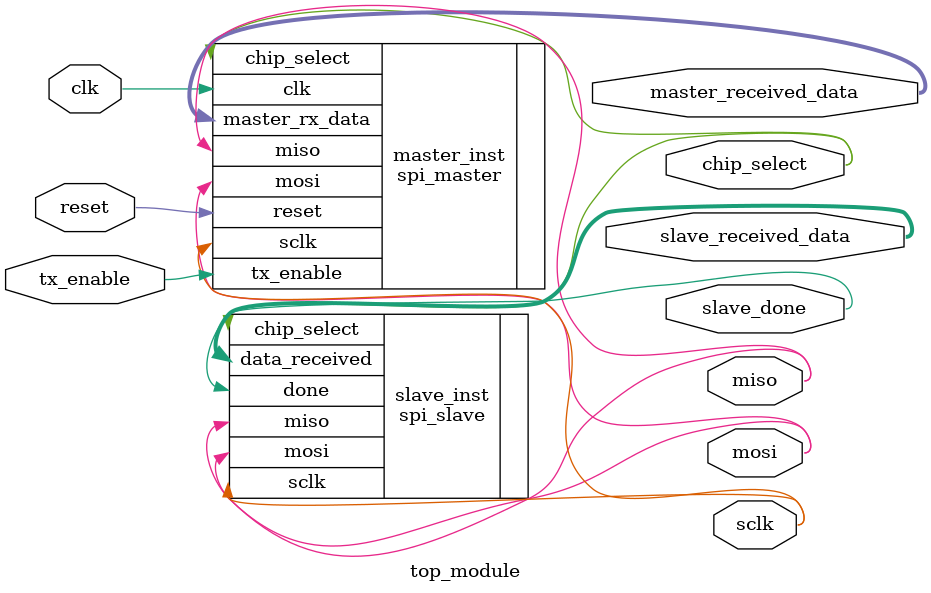
<source format=v>
module top_module(
    input wire clk,           // System Clock (100MHz)
    input wire reset,         // Global Reset
    input wire tx_enable,     // Start transmission trigger
    output wire [7:0] slave_received_data, // Slave ke paas aaya hua data (Target: 181)
    output wire [7:0] master_received_data, // Master ke paas aaya hua data (Target: 200)
    output wire slave_done,   // Signal jab 8-bit transfer pura ho jaye
    output wire sclk,         // SPI Clock wire
    output wire mosi,         // Master Out Slave In wire
    output wire miso,         // Master In Slave Out wire
    output wire chip_select    // Slave Select wire
);

    // Master Instance: Yeh SCLK aur MOSI generate karta hai
    spi_master master_inst (
        .clk(clk),
        .reset(reset),
        .tx_enable(tx_enable),
        .miso(miso),                  // Slave se input le raha hai
        .mosi(mosi),                  // Slave ko data bhej raha hai
        .sclk(sclk),
        .chip_select(chip_select),
        .master_rx_data(master_received_data)
    );

    // Slave Instance: Yeh Master ki clock par respond karta hai
    spi_slave slave_inst (
        .sclk(sclk),
        .mosi(mosi),                  // Master se input le raha hai
        .chip_select(chip_select),
        .miso(miso),                  // Master ko data bhej raha hai
        .data_received(slave_received_data),
        .done(slave_done)
    );

endmodule
</source>
